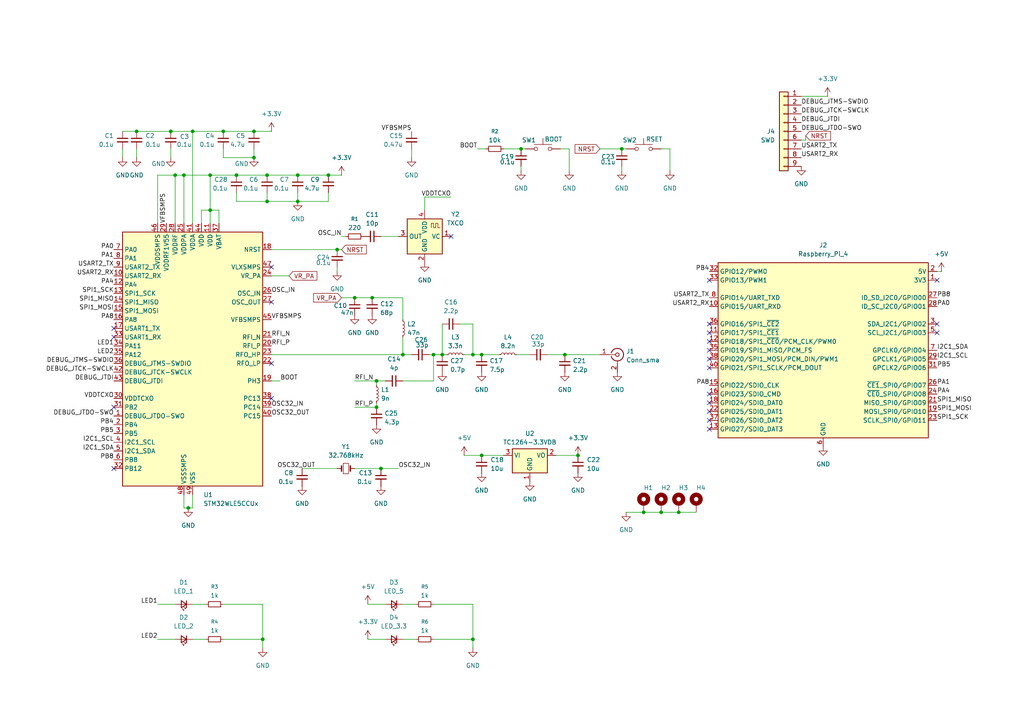
<source format=kicad_sch>
(kicad_sch (version 20250114) (generator "eeschema") (generator_version "9.0")
  (paper "A4")
  (lib_symbols
    (symbol "Connector:Conn_Coaxial" (pin_names (offset 1.016) (hide yes))
      (property "Reference" "J" (at 0.254 3.048 0))
      (property "Value" "Conn_Coaxial" (at 2.921 0 90))
      (symbol "Conn_Coaxial_1_1"
        (pin passive line (at -5.08 0 0) (length 2.54) (name "In") (number "1"))
        (pin passive line (at 0 -5.08 90) (length 2.54) (name "Ext") (number "2"))
      )
    )
    (symbol "Connector:Raspberry_Pi_4"
      (property "Reference" "J" (at -17.526 48.768 0))
      (property "Value" "Raspberry_Pi_4" (at 15.748 -26.416 0))
      (symbol "Raspberry_Pi_4_1_1"
        (pin bidirectional line (at -33.02 22.86 0) (length 2.54) (name "GPIO12/PWM0") (number "32"))
        (pin bidirectional line (at -33.02 20.32 0) (length 2.54) (name "GPIO13/PWM1") (number "33"))
        (pin bidirectional line (at -33.02 15.24 0) (length 2.54) (name "GPIO14/UART_TXD") (number "8"))
        (pin bidirectional line (at -33.02 12.7 0) (length 2.54) (name "GPIO15/UART_RXD") (number "10"))
        (pin bidirectional line (at -33.02 7.62 0) (length 2.54) (name "GPIO16/SPI1_~{CE2}") (number "36"))
        (pin bidirectional line (at -33.02 5.08 0) (length 2.54) (name "GPIO17/SPI1_~{CE1}") (number "11"))
        (pin bidirectional line (at -33.02 2.54 0) (length 2.54) (name "GPIO18/SPI1_~{CE0}/PCM_CLK/PWM0") (number "12"))
        (pin bidirectional line (at -33.02 0 0) (length 2.54) (name "GPIO19/SPI1_MISO/PCM_FS") (number "35"))
        (pin bidirectional line (at -33.02 -2.54 0) (length 2.54) (name "GPIO20/SPI1_MOSI/PCM_DIN/PWM1") (number "38"))
        (pin bidirectional line (at -33.02 -5.08 0) (length 2.54) (name "GPIO21/SPI1_SCLK/PCM_DOUT") (number "40"))
        (pin bidirectional line (at -33.02 -10.16 0) (length 2.54) (name "GPIO22/SDIO_CLK") (number "15"))
        (pin bidirectional line (at -33.02 -12.7 0) (length 2.54) (name "GPIO23/SDIO_CMD") (number "16"))
        (pin bidirectional line (at -33.02 -15.24 0) (length 2.54) (name "GPIO24/SDIO_DAT0") (number "18"))
        (pin bidirectional line (at -33.02 -17.78 0) (length 2.54) (name "GPIO25/SDIO_DAT1") (number "22"))
        (pin bidirectional line (at -33.02 -20.32 0) (length 2.54) (name "GPIO26/SDIO_DAT2") (number "37"))
        (pin bidirectional line (at -33.02 -22.86 0) (length 2.54) (name "GPIO27/SDIO_DAT3") (number "13"))
        (pin passive line (at 0 -27.94 90) (length 2.54) (hide yes) (name "GND") (number "14"))
        (pin passive line (at 0 -27.94 90) (length 2.54) (hide yes) (name "GND") (number "20"))
        (pin passive line (at 0 -27.94 90) (length 2.54) (hide yes) (name "GND") (number "25"))
        (pin passive line (at 0 -27.94 90) (length 2.54) (hide yes) (name "GND") (number "30"))
        (pin passive line (at 0 -27.94 90) (length 2.54) (hide yes) (name "GND") (number "34"))
        (pin passive line (at 0 -27.94 90) (length 2.54) (hide yes) (name "GND") (number "39"))
        (pin power_out line (at 0 -27.94 90) (length 2.54) (name "GND") (number "6"))
        (pin passive line (at 0 -27.94 90) (length 2.54) (hide yes) (name "GND") (number "9"))
        (pin power_out line (at 33.02 22.86 180) (length 2.54) (name "5V") (number "2"))
        (pin passive line (at 33.02 22.86 180) (length 2.54) (hide yes) (name "5V") (number "4"))
        (pin power_out line (at 33.02 20.32 180) (length 2.54) (name "3V3") (number "1"))
        (pin passive line (at 33.02 20.32 180) (length 2.54) (hide yes) (name "3V3") (number "17"))
        (pin bidirectional line (at 33.02 15.24 180) (length 2.54) (name "ID_SD_I2C0/GPIO00") (number "27"))
        (pin bidirectional line (at 33.02 12.7 180) (length 2.54) (name "ID_SC_I2C0/GPIO01") (number "28"))
        (pin bidirectional line (at 33.02 7.62 180) (length 2.54) (name "SDA_I2C1/GPIO02") (number "3"))
        (pin bidirectional line (at 33.02 5.08 180) (length 2.54) (name "SCL_I2C1/GPIO03") (number "5"))
        (pin bidirectional line (at 33.02 0 180) (length 2.54) (name "GPCLK0/GPIO04") (number "7"))
        (pin bidirectional line (at 33.02 -2.54 180) (length 2.54) (name "GPCLK1/GPIO05") (number "29"))
        (pin bidirectional line (at 33.02 -5.08 180) (length 2.54) (name "GPCLK2/GPIO06") (number "31"))
        (pin bidirectional line (at 33.02 -10.16 180) (length 2.54) (name "~{CE1}_SPI0/GPIO07") (number "26"))
        (pin bidirectional line (at 33.02 -12.7 180) (length 2.54) (name "~{CE0}_SPI0/GPIO08") (number "24"))
        (pin bidirectional line (at 33.02 -15.24 180) (length 2.54) (name "MISO_SPI0/GPIO09") (number "21"))
        (pin bidirectional line (at 33.02 -17.78 180) (length 2.54) (name "MOSI_SPI0/GPIO10") (number "19"))
        (pin bidirectional line (at 33.02 -20.32 180) (length 2.54) (name "SCLK_SPI0/GPIO11") (number "23"))
      )
    )
    (symbol "Connector_Generic:Conn_01x09" (pin_names (offset 1.016) (hide yes))
      (property "Reference" "J" (at 0 12.7 0))
      (property "Value" "Conn_01x09" (at 0 -12.7 0))
      (symbol "Conn_01x09_1_1"
        (pin passive line (at -5.08 10.16 0) (length 3.81) (name "Pin_1") (number "1"))
        (pin passive line (at -5.08 7.62 0) (length 3.81) (name "Pin_2") (number "2"))
        (pin passive line (at -5.08 5.08 0) (length 3.81) (name "Pin_3") (number "3"))
        (pin passive line (at -5.08 2.54 0) (length 3.81) (name "Pin_4") (number "4"))
        (pin passive line (at -5.08 0 0) (length 3.81) (name "Pin_5") (number "5"))
        (pin passive line (at -5.08 -2.54 0) (length 3.81) (name "Pin_6") (number "6"))
        (pin passive line (at -5.08 -5.08 0) (length 3.81) (name "Pin_7") (number "7"))
        (pin passive line (at -5.08 -7.62 0) (length 3.81) (name "Pin_8") (number "8"))
        (pin passive line (at -5.08 -10.16 0) (length 3.81) (name "Pin_9") (number "9"))
      )
    )
    (symbol "Device:C_Small" (pin_numbers (hide yes)) (pin_names (offset 0.254) (hide yes))
      (property "Reference" "C" (at 0.254 1.778 0))
      (property "Value" "C_Small" (at 0.254 -2.032 0))
      (symbol "C_Small_1_1"
        (pin passive line (at 0 2.54 270) (length 2.032) (name "~") (number "1"))
        (pin passive line (at 0 -2.54 90) (length 2.032) (name "~") (number "2"))
      )
    )
    (symbol "Device:Crystal_Small" (pin_numbers (hide yes)) (pin_names (offset 1.016) (hide yes))
      (property "Reference" "Y" (at 0 2.54 0))
      (property "Value" "Crystal_Small" (at 0 -2.54 0))
      (symbol "Crystal_Small_1_1"
        (pin passive line (at -2.54 0 0) (length 1.27) (name "1") (number "1"))
        (pin passive line (at 2.54 0 180) (length 1.27) (name "2") (number "2"))
      )
    )
    (symbol "Device:LED_Small" (pin_numbers (hide yes)) (pin_names (offset 0.254) (hide yes))
      (property "Reference" "D" (at -1.27 3.175 0))
      (property "Value" "LED_Small" (at -4.445 -2.54 0))
      (symbol "LED_Small_1_1"
        (pin passive line (at -2.54 0 0) (length 1.778) (name "K") (number "1"))
        (pin passive line (at 2.54 0 180) (length 1.778) (name "A") (number "2"))
      )
    )
    (symbol "Device:L_Small" (pin_numbers (hide yes)) (pin_names (offset 0.254) (hide yes))
      (property "Reference" "L" (at 0.762 1.016 0))
      (property "Value" "L_Small" (at 0.762 -1.016 0))
      (symbol "L_Small_1_1"
        (pin passive line (at 0 2.54 270) (length 0.508) (name "~") (number "1"))
        (pin passive line (at 0 -2.54 90) (length 0.508) (name "~") (number "2"))
      )
    )
    (symbol "Device:R_Small" (pin_numbers (hide yes)) (pin_names (offset 0.254) (hide yes))
      (property "Reference" "R" (at 0 0 90))
      (property "Value" "R_Small" (at 1.778 0 90))
      (symbol "R_Small_1_1"
        (pin passive line (at 0 2.54 270) (length 0.762) (name "~") (number "1"))
        (pin passive line (at 0 -2.54 90) (length 0.762) (name "~") (number "2"))
      )
    )
    (symbol "MCU_ST_STM32WL:STM32WLE5CCUx"
      (property "Reference" "U" (at -20.32 39.37 0))
      (property "Value" "STM32WLE5CCUx" (at 12.7 39.37 0))
      (symbol "STM32WLE5CCUx_1_1"
        (pin input line (at -22.86 33.02 0) (length 2.54) (name "NRST") (number "18"))
        (pin power_in line (at -22.86 27.94 0) (length 2.54) (name "VLXSMPS") (number "47"))
        (pin power_in line (at -22.86 25.4 0) (length 2.54) (name "VR_PA") (number "24"))
        (pin input line (at -22.86 20.32 0) (length 2.54) (name "OSC_IN") (number "26"))
        (pin input line (at -22.86 17.78 0) (length 2.54) (name "OSC_OUT") (number "27"))
        (pin input line (at -22.86 12.7 0) (length 2.54) (name "VFBSMPS") (number "45"))
        (pin bidirectional line (at -22.86 7.62 0) (length 2.54) (name "RFI_N") (number "21"))
        (pin bidirectional line (at -22.86 5.08 0) (length 2.54) (name "RFI_P") (number "20"))
        (pin bidirectional line (at -22.86 2.54 0) (length 2.54) (name "RFO_HP") (number "23"))
        (pin bidirectional line (at -22.86 0 0) (length 2.54) (name "RFO_LP") (number "22"))
        (pin bidirectional line (at -22.86 -5.08 0) (length 2.54) (name "PH3") (number "19"))
        (pin bidirectional line (at -22.86 -10.16 0) (length 2.54) (name "PC13") (number "38"))
        (pin bidirectional line (at -22.86 -12.7 0) (length 2.54) (name "PC14") (number "39"))
        (pin bidirectional line (at -22.86 -15.24 0) (length 2.54) (name "PC15") (number "40"))
        (pin power_in line (at -7.62 40.64 270) (length 2.54) (name "VBAT") (number "37"))
        (pin power_in line (at -5.08 40.64 270) (length 2.54) (name "VDD") (number "11"))
        (pin power_in line (at -2.54 40.64 270) (length 2.54) (name "VDD") (number "44"))
        (pin power_in line (at 0 40.64 270) (length 2.54) (name "VDDA") (number "41"))
        (pin power_in line (at 0 -38.1 90) (length 2.54) (name "VSS") (number "49"))
        (pin power_in line (at 2.54 40.64 270) (length 2.54) (name "VDDPA") (number "25"))
        (pin power_in line (at 2.54 -38.1 90) (length 2.54) (name "VSSSMPS") (number "48"))
        (pin power_in line (at 5.08 40.64 270) (length 2.54) (name "VDDRF") (number "28"))
        (pin power_in line (at 7.62 40.64 270) (length 2.54) (name "VDDRF1V55") (number "29"))
        (pin power_in line (at 10.16 40.64 270) (length 2.54) (name "VDDSMPS") (number "46"))
        (pin bidirectional line (at 22.86 33.02 180) (length 2.54) (name "PA0") (number "7"))
        (pin bidirectional line (at 22.86 30.48 180) (length 2.54) (name "PA1") (number "8") (alternate "SPI1_SCK" bidirectional line))
        (pin bidirectional line (at 22.86 27.94 180) (length 2.54) (name "PA2") (number "9") (alternate "USART2_TX" bidirectional line))
        (pin bidirectional line (at 22.86 25.4 180) (length 2.54) (name "PA3") (number "10") (alternate "USART2_RX" bidirectional line))
        (pin bidirectional line (at 22.86 22.86 180) (length 2.54) (name "PA4") (number "12"))
        (pin bidirectional line (at 22.86 20.32 180) (length 2.54) (name "PA5") (number "13") (alternate "SPI1_SCK" bidirectional line))
        (pin bidirectional line (at 22.86 17.78 180) (length 2.54) (name "PA6") (number "14") (alternate "SPI1_MISO" bidirectional line))
        (pin bidirectional line (at 22.86 15.24 180) (length 2.54) (name "PA7") (number "15") (alternate "SPI1_MOSI" bidirectional line))
        (pin bidirectional line (at 22.86 12.7 180) (length 2.54) (name "PA8") (number "16"))
        (pin bidirectional line (at 22.86 10.16 180) (length 2.54) (name "PA9") (number "17") (alternate "I2C1_SCL" bidirectional line) (alternate "USART1_TX" bidirectional line))
        (pin bidirectional line (at 22.86 7.62 180) (length 2.54) (name "PA10") (number "33") (alternate "I2C1_SDA" bidirectional line) (alternate "USART1_RX" bidirectional line))
        (pin bidirectional line (at 22.86 5.08 180) (length 2.54) (name "PA11") (number "34") (alternate "SPI1_MISO" bidirectional line))
        (pin bidirectional line (at 22.86 2.54 180) (length 2.54) (name "PA12") (number "35") (alternate "SPI1_MOSI" bidirectional line))
        (pin bidirectional line (at 22.86 0 180) (length 2.54) (name "PA13") (number "36") (alternate "DEBUG_JTMS-SWDIO" bidirectional line))
        (pin bidirectional line (at 22.86 -2.54 180) (length 2.54) (name "PA14") (number "42") (alternate "DEBUG_JTCK-SWCLK" bidirectional line))
        (pin bidirectional line (at 22.86 -5.08 180) (length 2.54) (name "PA15") (number "43") (alternate "DEBUG_JTDI" bidirectional line))
        (pin bidirectional line (at 22.86 -10.16 180) (length 2.54) (name "PB0") (number "30") (alternate "VDDTCXO" bidirectional line))
        (pin bidirectional line (at 22.86 -12.7 180) (length 2.54) (name "PB2") (number "31"))
        (pin bidirectional line (at 22.86 -15.24 180) (length 2.54) (name "PB3") (number "1") (alternate "DEBUG_JTDO-SWO" bidirectional line) (alternate "SPI1_SCK" bidirectional line))
        (pin bidirectional line (at 22.86 -17.78 180) (length 2.54) (name "PB4") (number "2") (alternate "SPI1_MISO" bidirectional line))
        (pin bidirectional line (at 22.86 -20.32 180) (length 2.54) (name "PB5") (number "3") (alternate "SPI1_MOSI" bidirectional line))
        (pin bidirectional line (at 22.86 -22.86 180) (length 2.54) (name "PB6") (number "4") (alternate "I2C1_SCL" bidirectional line) (alternate "USART1_TX" bidirectional line))
        (pin bidirectional line (at 22.86 -25.4 180) (length 2.54) (name "PB7") (number "5") (alternate "I2C1_SDA" bidirectional line) (alternate "USART1_RX" bidirectional line))
        (pin bidirectional line (at 22.86 -27.94 180) (length 2.54) (name "PB8") (number "6") (alternate "I2C1_SCL" bidirectional line))
        (pin bidirectional line (at 22.86 -30.48 180) (length 2.54) (name "PB12") (number "32"))
      )
    )
    (symbol "Mechanical:MountingHole_Pad" (pin_numbers (hide yes)) (pin_names (offset 1.016) (hide yes)) (in_bom no)
      (property "Reference" "H" (at 0 6.35 0))
      (property "Value" "MountingHole_Pad" (at 0 4.445 0))
      (symbol "MountingHole_Pad_1_1"
        (pin input line (at 0 -2.54 90) (length 2.54) (name "1") (number "1"))
      )
    )
    (symbol "Oscillator:FT5HV"
      (property "Reference" "Y" (at 5.08 11.43 0))
      (property "Value" "FT5HV" (at 6.35 8.89 0))
      (symbol "FT5HV_1_1"
        (pin input line (at -7.62 0 0) (length 2.54) (name "VC") (number "1"))
        (pin power_in line (at 0 7.62 270) (length 2.54) (name "VDD") (number "4"))
        (pin power_in line (at 0 -7.62 90) (length 2.54) (name "GND") (number "2"))
        (pin output line (at 7.62 0 180) (length 2.54) (name "OUT") (number "3"))
      )
    )
    (symbol "Regulator_Linear:NCP1117-3.3_SOT223"
      (property "Reference" "U" (at -3.81 3.175 0))
      (property "Value" "NCP1117-3.3_SOT223" (at 0 3.175 0))
      (symbol "NCP1117-3.3_SOT223_1_1"
        (pin power_in line (at -7.62 0 0) (length 2.54) (name "VI") (number "3"))
        (pin power_in line (at 0 -7.62 90) (length 2.54) (name "GND") (number "1"))
        (pin power_out line (at 7.62 0 180) (length 2.54) (name "VO") (number "2"))
      )
    )
    (symbol "Switch:SW_Push" (pin_numbers (hide yes)) (pin_names (offset 1.016) (hide yes))
      (property "Reference" "SW" (at 1.27 2.54 0))
      (property "Value" "SW_Push" (at 0 -1.524 0))
      (symbol "SW_Push_0_1"
        (pin passive line (at -5.08 0 0) (length 2.54) (name "1") (number "1"))
        (pin passive line (at 5.08 0 180) (length 2.54) (name "2") (number "2"))
      )
    )
    (symbol "power:+3.3V" (power) (pin_numbers (hide yes)) (pin_names (offset 0) (hide yes))
      (property "Value" "+3.3V" (at 0 3.556 0))
      (symbol "+3.3V_1_1"
        (pin power_in line (at 0 0 90) (length 0) (name "~") (number "1"))
      )
    )
    (symbol "power:+5V" (power) (pin_numbers (hide yes)) (pin_names (offset 0) (hide yes))
      (property "Value" "+5V" (at 0 3.556 0))
      (symbol "+5V_1_1"
        (pin power_in line (at 0 0 90) (length 0) (name "~") (number "1"))
      )
    )
    (symbol "power:GND" (power) (pin_numbers (hide yes)) (pin_names (offset 0) (hide yes))
      (property "Value" "GND" (at 0 -3.81 0))
      (symbol "GND_1_1"
        (pin power_in line (at 0 0 270) (length 0) (name "~") (number "1"))
      )
    )
  )
  (junction (at 167.64 132.08))
  (junction (at 109.22 110.49))
  (junction (at 102.87 86.36))
  (junction (at 73.66 38.1))
  (junction (at 139.7 102.87))
  (junction (at 97.79 72.39))
  (junction (at 39.624 38.1))
  (junction (at 137.16 102.87))
  (junction (at 116.84 102.87))
  (junction (at 73.66 45.72))
  (junction (at 196.85 148.59))
  (junction (at 60.96 50.8))
  (junction (at 77.47 58.42))
  (junction (at 139.7 132.08))
  (junction (at 49.53 38.1))
  (junction (at 76.2 185.42))
  (junction (at 163.83 102.87))
  (junction (at 110.49 135.89))
  (junction (at 186.69 148.59))
  (junction (at 77.47 50.8))
  (junction (at 128.27 102.87))
  (junction (at 191.77 148.59))
  (junction (at 137.16 185.42))
  (junction (at 86.36 58.42))
  (junction (at 151.13 43.18))
  (junction (at 50.8 50.8))
  (junction (at 60.96 60.96))
  (junction (at 64.77 38.1))
  (junction (at 68.58 50.8))
  (junction (at 86.36 50.8))
  (junction (at 54.61 147.32))
  (junction (at 125.73 102.87))
  (junction (at 107.95 86.36))
  (junction (at 109.22 118.11))
  (junction (at 180.34 43.18))
  (junction (at 95.25 50.8))
  (junction (at 55.88 38.1))
  (junction (at 53.34 50.8))
  (no_connect (at 205.74 121.92))
  (no_connect (at 205.74 81.28))
  (no_connect (at 271.78 96.52))
  (no_connect (at 205.74 116.84))
  (no_connect (at 205.74 104.14))
  (no_connect (at 205.74 106.68))
  (no_connect (at 33.02 135.89))
  (no_connect (at 205.74 93.98))
  (no_connect (at 33.02 97.79))
  (no_connect (at 78.74 87.63))
  (no_connect (at 205.74 101.6))
  (no_connect (at 33.02 95.25))
  (no_connect (at 271.78 81.28))
  (no_connect (at 271.78 93.98))
  (no_connect (at 205.74 99.06))
  (no_connect (at 78.74 77.47))
  (no_connect (at 205.74 114.3))
  (no_connect (at 205.74 119.38))
  (no_connect (at 78.74 115.57))
  (no_connect (at 205.74 96.52))
  (no_connect (at 130.81 68.58))
  (no_connect (at 78.74 105.41))
  (no_connect (at 205.74 124.46))
  (no_connect (at 33.02 118.11))
  (wire (pts (xy 106.68 175.26) (xy 111.76 175.26)))
  (wire (pts (xy 110.49 135.89) (xy 102.87 135.89)))
  (wire (pts (xy 77.47 50.8) (xy 68.58 50.8)))
  (wire (pts (xy 128.27 102.87) (xy 129.54 102.87)))
  (wire (pts (xy 165.1 43.18) (xy 165.1 49.53)))
  (wire (pts (xy 196.85 148.59) (xy 201.93 148.59)))
  (wire (pts (xy 58.42 60.96) (xy 58.42 64.77)))
  (wire (pts (xy 68.58 50.8) (xy 60.96 50.8)))
  (wire (pts (xy 180.34 43.18) (xy 181.61 43.18)))
  (wire (pts (xy 163.83 102.87) (xy 173.99 102.87)))
  (wire (pts (xy 240.03 27.94) (xy 232.41 27.94)))
  (wire (pts (xy 125.73 175.26) (xy 137.16 175.26)))
  (wire (pts (xy 60.96 50.8) (xy 60.96 60.96)))
  (wire (pts (xy 64.77 43.18) (xy 64.77 45.72)))
  (wire (pts (xy 181.61 148.59) (xy 186.69 148.59)))
  (wire (pts (xy 53.34 50.8) (xy 53.34 64.77)))
  (wire (pts (xy 116.84 175.26) (xy 120.65 175.26)))
  (wire (pts (xy 35.56 38.1) (xy 39.624 38.1)))
  (wire (pts (xy 55.88 38.1) (xy 49.53 38.1)))
  (wire (pts (xy 137.16 175.26) (xy 137.16 185.42)))
  (wire (pts (xy 55.88 185.42) (xy 59.69 185.42)))
  (wire (pts (xy 161.29 132.08) (xy 167.64 132.08)))
  (wire (pts (xy 73.66 38.1) (xy 64.77 38.1)))
  (wire (pts (xy 151.13 43.18) (xy 152.4 43.18)))
  (wire (pts (xy 97.79 135.89) (xy 87.63 135.89)))
  (wire (pts (xy 63.5 60.96) (xy 63.5 64.77)))
  (wire (pts (xy 99.06 50.8) (xy 95.25 50.8)))
  (wire (pts (xy 233.68 39.37) (xy 233.68 40.64)))
  (wire (pts (xy 125.73 102.87) (xy 128.27 102.87)))
  (wire (pts (xy 116.84 185.42) (xy 120.65 185.42)))
  (wire (pts (xy 50.8 50.8) (xy 50.8 64.77)))
  (wire (pts (xy 83.82 80.01) (xy 78.74 80.01)))
  (wire (pts (xy 124.46 102.87) (xy 125.73 102.87)))
  (wire (pts (xy 63.5 60.96) (xy 60.96 60.96)))
  (wire (pts (xy 99.06 86.36) (xy 102.87 86.36)))
  (wire (pts (xy 60.96 60.96) (xy 58.42 60.96)))
  (wire (pts (xy 119.38 43.18) (xy 119.38 45.72)))
  (wire (pts (xy 149.86 102.87) (xy 153.67 102.87)))
  (wire (pts (xy 50.8 50.8) (xy 45.72 50.8)))
  (wire (pts (xy 39.624 43.18) (xy 39.624 45.72)))
  (wire (pts (xy 137.16 102.87) (xy 139.7 102.87)))
  (wire (pts (xy 191.77 148.59) (xy 196.85 148.59)))
  (wire (pts (xy 109.22 116.84) (xy 109.22 118.11)))
  (wire (pts (xy 86.36 55.88) (xy 86.36 58.42)))
  (wire (pts (xy 139.7 132.08) (xy 146.05 132.08)))
  (wire (pts (xy 60.96 60.96) (xy 60.96 64.77)))
  (wire (pts (xy 68.58 55.88) (xy 68.58 58.42)))
  (wire (pts (xy 271.78 78.74) (xy 273.05 78.74)))
  (wire (pts (xy 95.25 50.8) (xy 86.36 50.8)))
  (wire (pts (xy 109.22 110.49) (xy 111.76 110.49)))
  (wire (pts (xy 54.61 147.32) (xy 53.34 147.32)))
  (wire (pts (xy 95.25 55.88) (xy 95.25 58.42)))
  (wire (pts (xy 55.88 175.26) (xy 59.69 175.26)))
  (wire (pts (xy 53.34 50.8) (xy 50.8 50.8)))
  (wire (pts (xy 115.57 135.89) (xy 110.49 135.89)))
  (wire (pts (xy 99.06 68.58) (xy 100.33 68.58)))
  (wire (pts (xy 115.57 68.58) (xy 110.49 68.58)))
  (wire (pts (xy 76.2 185.42) (xy 76.2 187.96)))
  (wire (pts (xy 194.31 43.18) (xy 194.31 49.53)))
  (wire (pts (xy 97.79 72.39) (xy 78.74 72.39)))
  (wire (pts (xy 137.16 93.98) (xy 137.16 102.87)))
  (wire (pts (xy 78.74 38.1) (xy 73.66 38.1)))
  (wire (pts (xy 45.72 50.8) (xy 45.72 64.77)))
  (wire (pts (xy 125.73 185.42) (xy 137.16 185.42)))
  (wire (pts (xy 125.73 102.87) (xy 125.73 110.49)))
  (wire (pts (xy 55.88 38.1) (xy 55.88 64.77)))
  (wire (pts (xy 55.88 147.32) (xy 54.61 147.32)))
  (wire (pts (xy 73.66 43.18) (xy 73.66 45.72)))
  (wire (pts (xy 158.75 102.87) (xy 163.83 102.87)))
  (wire (pts (xy 60.96 50.8) (xy 53.34 50.8)))
  (wire (pts (xy 116.84 102.87) (xy 119.38 102.87)))
  (wire (pts (xy 55.88 143.51) (xy 55.88 147.32)))
  (wire (pts (xy 49.53 43.18) (xy 49.53 45.72)))
  (wire (pts (xy 130.81 57.15) (xy 123.19 57.15)))
  (wire (pts (xy 68.58 58.42) (xy 77.47 58.42)))
  (wire (pts (xy 146.05 43.18) (xy 151.13 43.18)))
  (wire (pts (xy 107.95 86.36) (xy 116.84 86.36)))
  (wire (pts (xy 133.35 93.98) (xy 137.16 93.98)))
  (wire (pts (xy 180.34 49.53) (xy 180.34 48.26)))
  (wire (pts (xy 116.84 86.36) (xy 116.84 92.71)))
  (wire (pts (xy 106.68 185.42) (xy 111.76 185.42)))
  (wire (pts (xy 45.72 175.26) (xy 50.8 175.26)))
  (wire (pts (xy 39.624 38.1) (xy 49.53 38.1)))
  (wire (pts (xy 64.77 185.42) (xy 76.2 185.42)))
  (wire (pts (xy 102.87 86.36) (xy 107.95 86.36)))
  (wire (pts (xy 233.68 40.64) (xy 232.41 40.64)))
  (wire (pts (xy 151.13 49.53) (xy 151.13 48.26)))
  (wire (pts (xy 109.22 111.76) (xy 109.22 110.49)))
  (wire (pts (xy 78.74 102.87) (xy 116.84 102.87)))
  (wire (pts (xy 191.77 43.18) (xy 194.31 43.18)))
  (wire (pts (xy 102.87 118.11) (xy 109.22 118.11)))
  (wire (pts (xy 134.62 132.08) (xy 139.7 132.08)))
  (wire (pts (xy 78.74 110.49) (xy 81.28 110.49)))
  (wire (pts (xy 134.62 102.87) (xy 137.16 102.87)))
  (wire (pts (xy 102.87 110.49) (xy 109.22 110.49)))
  (wire (pts (xy 139.7 102.87) (xy 144.78 102.87)))
  (wire (pts (xy 138.43 43.18) (xy 140.97 43.18)))
  (wire (pts (xy 64.77 175.26) (xy 76.2 175.26)))
  (wire (pts (xy 99.06 72.39) (xy 97.79 72.39)))
  (wire (pts (xy 64.77 38.1) (xy 55.88 38.1)))
  (wire (pts (xy 73.66 45.72) (xy 64.77 45.72)))
  (wire (pts (xy 137.16 185.42) (xy 137.16 187.96)))
  (wire (pts (xy 123.19 57.15) (xy 123.19 60.96)))
  (wire (pts (xy 162.56 43.18) (xy 165.1 43.18)))
  (wire (pts (xy 173.99 43.18) (xy 180.34 43.18)))
  (wire (pts (xy 116.84 110.49) (xy 125.73 110.49)))
  (wire (pts (xy 35.56 43.18) (xy 35.56 45.72)))
  (wire (pts (xy 86.36 50.8) (xy 77.47 50.8)))
  (wire (pts (xy 53.34 143.51) (xy 53.34 147.32)))
  (wire (pts (xy 95.25 58.42) (xy 86.36 58.42)))
  (wire (pts (xy 186.69 148.59) (xy 191.77 148.59)))
  (wire (pts (xy 77.47 55.88) (xy 77.47 58.42)))
  (wire (pts (xy 128.27 93.98) (xy 128.27 102.87)))
  (wire (pts (xy 77.47 58.42) (xy 86.36 58.42)))
  (wire (pts (xy 76.2 175.26) (xy 76.2 185.42)))
  (wire (pts (xy 97.79 78.74) (xy 97.79 77.47)))
  (wire (pts (xy 45.72 185.42) (xy 50.8 185.42)))
  (wire (pts (xy 116.84 97.79) (xy 116.84 102.87)))
  (label "RFI_P" (at 102.87 118.11 0))
  (label "PB5" (at 271.78 106.68 0))
  (label "USART2_RX" (at 205.74 88.9 180))
  (label "OSC32_IN" (at 115.57 135.89 0))
  (label "USART2_RX" (at 232.41 45.72 0))
  (label "USART2_TX" (at 205.74 86.36 180))
  (label "OSC32_OUT" (at 78.74 120.65 0))
  (label "RFI_P" (at 78.74 100.33 0))
  (label "I2C1_SCL" (at 33.02 128.27 180))
  (label "DEBUG_JTDO-SWO" (at 232.41 38.1 0))
  (label "PA1" (at 271.78 111.76 0))
  (label "PA4" (at 33.02 82.55 180))
  (label "DEBUG_JTCK-SWCLK" (at 232.41 33.02 0))
  (label "USART2_TX" (at 33.02 77.47 180))
  (label "LED2" (at 45.72 185.42 180))
  (label "BOOT" (at 81.28 110.49 0))
  (label "VFBSMPS" (at 48.26 64.77 90))
  (label "USART2_TX" (at 232.41 43.18 0))
  (label "VDDTCXO" (at 33.02 115.57 180))
  (label "I2C1_SDA" (at 33.02 130.81 180))
  (label "OSC_IN" (at 99.06 68.58 180))
  (label "PA0" (at 33.02 72.39 180))
  (label "DEBUG_JTMS-SWDIO" (at 33.02 105.41 180))
  (label "OSC_IN" (at 78.74 85.09 0))
  (label "SPI1_SCK" (at 33.02 85.09 180))
  (label "SPI1_SCK" (at 271.78 121.92 0))
  (label "PB4" (at 205.74 78.74 180))
  (label "BOOT" (at 138.43 43.18 180))
  (label "DEBUG_JTMS-SWDIO" (at 232.41 30.48 0))
  (label "PB8" (at 271.78 86.36 0))
  (label "PB5" (at 33.02 125.73 180))
  (label "PA8" (at 33.02 92.71 180))
  (label "SPI1_MISO" (at 271.78 116.84 0))
  (label "PB8" (at 33.02 133.35 180))
  (label "OSC32_OUT" (at 91.44 135.89 180))
  (label "SPI1_MOSI" (at 33.02 90.17 180))
  (label "LED1" (at 33.02 100.33 180))
  (label "DEBUG_JTDI" (at 33.02 110.49 180))
  (label "RFI_N" (at 78.74 97.79 0))
  (label "SPI1_MOSI" (at 271.78 119.38 0))
  (label "PA0" (at 271.78 88.9 0))
  (label "PA8" (at 205.74 111.76 180))
  (label "VDDTCXO" (at 130.81 57.15 180))
  (label "I2C1_SCL" (at 271.78 104.14 0))
  (label "DEBUG_JTDO-SWO" (at 33.02 120.65 180))
  (label "PA1" (at 33.02 74.93 180))
  (label "VFBSMPS" (at 119.38 38.1 180))
  (label "LED2" (at 33.02 102.87 180))
  (label "LED1" (at 45.72 175.26 180))
  (label "RFI_N" (at 102.87 110.49 0))
  (label "SPI1_MISO" (at 33.02 87.63 180))
  (label "VFBSMPS" (at 78.74 92.71 0))
  (label "DEBUG_JTCK-SWCLK" (at 33.02 107.95 180))
  (label "PB4" (at 33.02 123.19 180))
  (label "PA4" (at 271.78 114.3 0))
  (label "OSC32_IN" (at 78.74 118.11 0))
  (label "DEBUG_JTDI" (at 232.41 35.56 0))
  (label "I2C1_SDA" (at 271.78 101.6 0))
  (label "USART2_RX" (at 33.02 80.01 180))
  (global_label "NRST" (shape input) (at 99.06 72.39 0) (property "Intersheetrefs" "${INTERSHEET_REFS}" (effects (hide yes))))
  (global_label "VR_PA" (shape input) (at 99.06 86.36 180) (property "Intersheetrefs" "${INTERSHEET_REFS}" (effects (hide yes))))
  (global_label "VR_PA" (shape input) (at 83.82 80.01 0) (property "Intersheetrefs" "${INTERSHEET_REFS}" (effects (hide yes))))
  (global_label "NRST" (shape input) (at 173.99 43.18 180) (property "Intersheetrefs" "${INTERSHEET_REFS}" (effects (hide yes))))
  (global_label "NRST" (shape input) (at 233.68 39.37 0) (property "Intersheetrefs" "${INTERSHEET_REFS}" (effects (hide yes))))
  (symbol (lib_id "power:GND") (at 102.87 91.44 0) (mirror y) (unit 1)
    (property "Reference" "#PWR09" (effects (hide yes)))
    (property "Value" "GND" (at 102.87 96.52 0))
    (property "Description" "Power symbol creates a global label with name \"GND\" , ground" (effects (hide yes)))
  )
  (symbol (lib_id "Device:C_Small") (at 39.624 40.64 0) (unit 1)
    (property "Reference" "C2" (at 42.164 39.3762 0) (effects (justify left)))
    (property "Value" "0.1u" (at 42.164 41.9162 0) (effects (justify left)))
    (property "Footprint" "Capacitor_SMD:C_0603_1608Metric" (effects (hide yes)))
    (property "Description" "Unpolarized capacitor, small symbol" (effects (hide yes)))
  )
  (symbol (lib_id "Device:R_Small") (at 143.51 43.18 90) (mirror x) (unit 1)
    (property "Reference" "R2" (at 143.51 38.1 90) (effects (font (size 1.016 1.016))))
    (property "Value" "10k" (at 143.51 40.64 90))
    (property "Footprint" "Resistor_SMD:R_0603_1608Metric" (effects (hide yes)))
    (property "Description" "Resistor, small symbol" (effects (hide yes)))
  )
  (symbol (lib_id "Device:C_Small") (at 139.7 105.41 0) (unit 1)
    (property "Reference" "C17" (at 141.986 104.648 0) (effects (justify left)))
    (property "Value" "7.5p" (at 141.986 107.188 0) (effects (justify left)))
    (property "Footprint" "Capacitor_SMD:C_0603_1608Metric" (effects (hide yes)))
    (property "Description" "Unpolarized capacitor, small symbol" (effects (hide yes)))
  )
  (symbol (lib_id "power:+3.3V") (at 99.06 50.8 0) (mirror y) (unit 1)
    (property "Reference" "#PWR08" (effects (hide yes)))
    (property "Value" "+3.3V" (at 99.06 45.72 0))
    (property "Description" "Power symbol creates a global label with name \"+3.3V\"" (effects (hide yes)))
  )
  (symbol (lib_id "Device:R_Small") (at 123.19 175.26 90) (mirror x) (unit 1)
    (property "Reference" "R5" (at 123.19 170.18 90) (effects (font (size 1.016 1.016))))
    (property "Value" "1k" (at 123.19 172.72 90))
    (property "Footprint" "Resistor_SMD:R_0603_1608Metric" (effects (hide yes)))
    (property "Description" "Resistor, small symbol" (effects (hide yes)))
  )
  (symbol (lib_id "power:GND") (at 153.67 139.7 0) (mirror y) (unit 1)
    (property "Reference" "#PWR018" (effects (hide yes)))
    (property "Value" "GND" (at 153.67 144.78 0))
    (property "Description" "Power symbol creates a global label with name \"GND\" , ground" (effects (hide yes)))
  )
  (symbol (lib_id "Device:C_Small") (at 128.27 105.41 0) (unit 1)
    (property "Reference" "C27" (at 130.556 104.648 0) (effects (justify left)))
    (property "Value" "0.7p" (at 130.556 107.188 0) (effects (justify left)))
    (property "Footprint" "Capacitor_SMD:C_0603_1608Metric" (effects (hide yes)))
    (property "Description" "Unpolarized capacitor, small symbol" (effects (hide yes)))
  )
  (symbol (lib_id "power:+3.3V") (at 240.03 27.94 0) (mirror y) (unit 1)
    (property "Reference" "#PWR039" (effects (hide yes)))
    (property "Value" "+3.3V" (at 240.03 22.86 0))
    (property "Description" "Power symbol creates a global label with name \"+3.3V\"" (effects (hide yes)))
  )
  (symbol (lib_id "Device:C_Small") (at 180.34 45.72 0) (mirror y) (unit 1)
    (property "Reference" "C23" (at 178.308 45.466 0) (effects (justify left)))
    (property "Value" "0.1u" (at 178.562 46.99 0) (effects (justify left)))
    (property "Footprint" "Capacitor_SMD:C_0603_1608Metric" (effects (hide yes)))
    (property "Description" "Unpolarized capacitor, small symbol" (effects (hide yes)))
  )
  (symbol (lib_id "power:GND") (at 109.22 123.19 0) (unit 1)
    (property "Reference" "#PWR032" (effects (hide yes)))
    (property "Value" "GND" (at 109.22 128.27 0))
    (property "Description" "Power symbol creates a global label with name \"GND\" , ground" (effects (hide yes)))
  )
  (symbol (lib_id "power:GND") (at 194.31 49.53 0) (mirror y) (unit 1)
    (property "Reference" "#PWR025" (effects (hide yes)))
    (property "Value" "GND" (at 194.31 54.61 0))
    (property "Description" "Power symbol creates a global label with name \"GND\" , ground" (effects (hide yes)))
  )
  (symbol (lib_id "Device:C_Small") (at 114.3 110.49 270) (unit 1)
    (property "Reference" "C14" (at 114.2936 104.14 90))
    (property "Value" "4p" (at 114.2936 106.68 90))
    (property "Footprint" "Capacitor_SMD:C_0603_1608Metric" (effects (hide yes)))
    (property "Description" "Unpolarized capacitor, small symbol" (effects (hide yes)))
  )
  (symbol (lib_id "Mechanical:MountingHole_Pad") (at 201.93 146.05 0) (unit 1) (in_bom no)
    (property "Reference" "H4" (at 201.93 141.478 0) (effects (justify left)))
    (property "Value" "MountingHole_Pad" (effects (hide yes)))
    (property "Footprint" "MountingHole:MountingHole_2.5mm_Pad" (effects (hide yes)))
    (property "Description" "Mounting Hole with connection" (effects (hide yes)))
  )
  (symbol (lib_id "Device:L_Small") (at 132.08 102.87 90) (unit 1)
    (property "Reference" "L3" (at 132.08 97.79 90))
    (property "Value" "3.3n" (at 132.08 100.33 90))
    (property "Footprint" "Inductor_SMD:L_0603_1608Metric" (effects (hide yes)))
    (property "Description" "Inductor, small symbol" (effects (hide yes)))
  )
  (symbol (lib_id "Device:C_Small") (at 139.7 134.62 0) (mirror y) (unit 1)
    (property "Reference" "C18" (at 142.24 133.3562 0) (effects (justify right)))
    (property "Value" "10u" (at 142.24 135.8962 0) (effects (justify right)))
    (property "Footprint" "Capacitor_SMD:C_0805_2012Metric" (effects (hide yes)))
    (property "Description" "Unpolarized capacitor, small symbol" (effects (hide yes)))
  )
  (symbol (lib_id "Mechanical:MountingHole_Pad") (at 186.69 146.05 0) (unit 1) (in_bom no)
    (property "Reference" "H1" (at 186.69 141.478 0) (effects (justify left)))
    (property "Value" "MountingHole_Pad" (effects (hide yes)))
    (property "Footprint" "MountingHole:MountingHole_2.5mm_Pad" (effects (hide yes)))
    (property "Description" "Mounting Hole with connection" (effects (hide yes)))
  )
  (symbol (lib_id "Device:C_Small") (at 167.64 134.62 0) (mirror y) (unit 1)
    (property "Reference" "C22" (at 170.18 133.3562 0) (effects (justify right)))
    (property "Value" "10u" (at 170.18 135.8962 0) (effects (justify right)))
    (property "Footprint" "Capacitor_SMD:C_0805_2012Metric" (effects (hide yes)))
    (property "Description" "Unpolarized capacitor, small symbol" (effects (hide yes)))
  )
  (symbol (lib_id "Connector:Raspberry_Pi_4") (at 238.76 101.6 0) (unit 1)
    (property "Reference" "J2" (at 238.76 71.12 0))
    (property "Value" "Raspberry_Pi_4" (at 238.76 73.66 0))
    (property "Footprint" "Connector_PinSocket_2.54mm:PinSocket_2x20_P2.54mm_Vertical" (effects (hide yes)))
    (property "Datasheet" "https://datasheets.raspberrypi.com/rpi4/raspberry-pi-4-datasheet.pdf" (effects (hide yes)))
    (property "Description" "Raspberry Pi 4 Model B" (effects (hide yes)))
  )
  (symbol (lib_id "power:+5V") (at 273.05 78.74 0) (unit 1)
    (property "Reference" "#PWR027" (effects (hide yes)))
    (property "Value" "+5V" (at 273.05 73.66 0))
    (property "Description" "Power symbol creates a global label with name \"+5V\"" (effects (hide yes)))
  )
  (symbol (lib_id "power:GND") (at 54.61 147.32 0) (mirror y) (unit 1)
    (property "Reference" "#PWR03" (effects (hide yes)))
    (property "Value" "GND" (at 54.61 152.4 0))
    (property "Description" "Power symbol creates a global label with name \"GND\" , ground" (effects (hide yes)))
  )
  (symbol (lib_id "power:GND") (at 123.19 76.2 0) (unit 1)
    (property "Reference" "#PWR013" (effects (hide yes)))
    (property "Value" "GND" (at 123.19 81.28 0))
    (property "Description" "Power symbol creates a global label with name \"GND\" , ground" (effects (hide yes)))
  )
  (symbol (lib_id "power:GND") (at 238.76 129.54 0) (mirror y) (unit 1)
    (property "Reference" "#PWR026" (effects (hide yes)))
    (property "Value" "GND" (at 238.76 134.62 0))
    (property "Description" "Power symbol creates a global label with name \"GND\" , ground" (effects (hide yes)))
  )
  (symbol (lib_id "Device:LED_Small") (at 53.34 175.26 180) (unit 1)
    (property "Reference" "D1" (at 53.2765 168.91 0))
    (property "Value" "LED_1" (at 53.2765 171.45 0))
    (property "Footprint" "LED_SMD:LED_0603_1608Metric" (effects (hide yes)))
    (property "Description" "Light emitting diode, small symbol" (effects (hide yes)))
    (property "Sim.Pin" "1=K 2=A" (effects (hide yes)))
  )
  (symbol (lib_id "Connector:Conn_Coaxial") (at 179.07 102.87 0) (unit 1)
    (property "Reference" "J1" (at 181.61 101.8931 0) (effects (justify left)))
    (property "Value" "Conn_sma" (at 181.61 104.4331 0) (effects (justify left)))
    (property "Footprint" "Connector_Coaxial:SMA_Amphenol_132289_EdgeMount" (effects (hide yes)))
    (property "Description" "coaxial connector (BNC, SMA, SMB, SMC, Cinch/RCA, LEMO, ...)" (effects (hide yes)))
  )
  (symbol (lib_id "Switch:SW_Push") (at 186.69 43.18 0) (unit 1)
    (property "Reference" "SW2" (at 182.626 40.64 0))
    (property "Value" "RSET" (at 189.738 40.386 0))
    (property "Footprint" "Button_Switch_SMD:SW_Push_1P1T_NO_CK_KMR2" (effects (hide yes)))
    (property "Description" "Push button switch, generic, two pins" (effects (hide yes)))
  )
  (symbol (lib_id "Device:C_Small") (at 102.87 88.9 0) (mirror y) (unit 1)
    (property "Reference" "C10" (at 96.774 88.646 0) (effects (justify right)))
    (property "Value" "47n" (at 98.806 90.678 0) (effects (justify right)))
    (property "Footprint" "Capacitor_SMD:C_0603_1608Metric" (effects (hide yes)))
    (property "Description" "Unpolarized capacitor, small symbol" (effects (hide yes)))
  )
  (symbol (lib_id "Device:R_Small") (at 123.19 185.42 90) (mirror x) (unit 1)
    (property "Reference" "R6" (at 123.19 180.34 90) (effects (font (size 1.016 1.016))))
    (property "Value" "1k" (at 123.19 182.88 90))
    (property "Footprint" "Resistor_SMD:R_0603_1608Metric" (effects (hide yes)))
    (property "Description" "Resistor, small symbol" (effects (hide yes)))
  )
  (symbol (lib_id "power:GND") (at 151.13 49.53 0) (mirror y) (unit 1)
    (property "Reference" "#PWR017" (effects (hide yes)))
    (property "Value" "GND" (at 151.13 54.61 0))
    (property "Description" "Power symbol creates a global label with name \"GND\" , ground" (effects (hide yes)))
  )
  (symbol (lib_id "power:GND") (at 180.34 49.53 0) (mirror y) (unit 1)
    (property "Reference" "#PWR024" (effects (hide yes)))
    (property "Value" "GND" (at 180.34 54.61 0))
    (property "Description" "Power symbol creates a global label with name \"GND\" , ground" (effects (hide yes)))
  )
  (symbol (lib_id "power:+3.3V") (at 106.68 185.42 0) (mirror y) (unit 1)
    (property "Reference" "#PWR038" (effects (hide yes)))
    (property "Value" "+3.3V" (at 106.68 180.34 0))
    (property "Description" "Power symbol creates a global label with name \"+3.3V\"" (effects (hide yes)))
  )
  (symbol (lib_id "Device:C_Small") (at 95.25 53.34 0) (mirror y) (unit 1)
    (property "Reference" "C9" (at 92.71 52.0762 0) (effects (justify left)))
    (property "Value" "4.7u" (at 92.71 54.6162 0) (effects (justify left)))
    (property "Footprint" "Capacitor_SMD:C_0603_1608Metric" (effects (hide yes)))
    (property "Description" "Unpolarized capacitor, small symbol" (effects (hide yes)))
  )
  (symbol (lib_id "power:GND") (at 35.56 45.72 0) (mirror y) (unit 1)
    (property "Reference" "#PWR01" (effects (hide yes)))
    (property "Value" "GND" (at 35.56 50.8 0))
    (property "Description" "Power symbol creates a global label with name \"GND\" , ground" (effects (hide yes)))
  )
  (symbol (lib_id "Device:C_Small") (at 35.56 40.64 0) (mirror y) (unit 1)
    (property "Reference" "C1" (at 33.02 39.3762 0) (effects (justify left)))
    (property "Value" "0.1u" (at 33.02 41.9162 0) (effects (justify left)))
    (property "Footprint" "Capacitor_SMD:C_0603_1608Metric" (effects (hide yes)))
    (property "Description" "Unpolarized capacitor, small symbol" (effects (hide yes)))
  )
  (symbol (lib_id "Device:L_Small") (at 116.84 95.25 0) (unit 1)
    (property "Reference" "L2" (at 118.11 93.9799 0) (effects (justify left)))
    (property "Value" "47n" (at 118.11 96.5199 0) (effects (justify left)))
    (property "Footprint" "Inductor_SMD:L_0603_1608Metric" (effects (hide yes)))
    (property "Description" "Inductor, small symbol" (effects (hide yes)))
  )
  (symbol (lib_id "Device:C_Small") (at 86.36 53.34 0) (mirror y) (unit 1)
    (property "Reference" "C7" (at 83.82 52.0762 0) (effects (justify left)))
    (property "Value" "0.1u" (at 83.82 54.6162 0) (effects (justify left)))
    (property "Footprint" "Capacitor_SMD:C_0603_1608Metric" (effects (hide yes)))
    (property "Description" "Unpolarized capacitor, small symbol" (effects (hide yes)))
  )
  (symbol (lib_id "power:GND") (at 179.07 107.95 0) (unit 1)
    (property "Reference" "#PWR023" (effects (hide yes)))
    (property "Value" "GND" (at 179.07 113.03 0))
    (property "Description" "Power symbol creates a global label with name \"GND\" , ground" (effects (hide yes)))
  )
  (symbol (lib_id "Switch:SW_Push") (at 157.48 43.18 0) (unit 1)
    (property "Reference" "SW1" (at 153.416 40.64 0))
    (property "Value" "BOOT" (at 160.528 40.386 0))
    (property "Footprint" "Button_Switch_SMD:SW_Push_1P1T_NO_CK_KMR2" (effects (hide yes)))
    (property "Description" "Push button switch, generic, two pins" (effects (hide yes)))
  )
  (symbol (lib_id "power:+3.3V") (at 167.64 132.08 0) (mirror y) (unit 1)
    (property "Reference" "#PWR021" (effects (hide yes)))
    (property "Value" "+3.3V" (at 167.64 127 0))
    (property "Description" "Power symbol creates a global label with name \"+3.3V\"" (effects (hide yes)))
  )
  (symbol (lib_id "power:+5V") (at 134.62 132.08 0) (unit 1)
    (property "Reference" "#PWR014" (effects (hide yes)))
    (property "Value" "+5V" (at 134.62 127 0))
    (property "Description" "Power symbol creates a global label with name \"+5V\"" (effects (hide yes)))
  )
  (symbol (lib_id "power:GND") (at 119.38 45.72 0) (unit 1)
    (property "Reference" "#PWR012" (effects (hide yes)))
    (property "Value" "GND" (at 119.38 50.8 0))
    (property "Description" "Power symbol creates a global label with name \"GND\" , ground" (effects (hide yes)))
  )
  (symbol (lib_id "Device:C_Small") (at 107.95 88.9 0) (unit 1)
    (property "Reference" "C12" (at 110.236 88.138 0) (effects (justify left)))
    (property "Value" "68p" (at 110.236 90.678 0) (effects (justify left)))
    (property "Footprint" "Capacitor_SMD:C_0603_1608Metric" (effects (hide yes)))
    (property "Description" "Unpolarized capacitor, small symbol" (effects (hide yes)))
  )
  (symbol (lib_id "power:GND") (at 87.63 140.97 0) (mirror y) (unit 1)
    (property "Reference" "#PWR07" (effects (hide yes)))
    (property "Value" "GND" (at 87.63 146.05 0))
    (property "Description" "Power symbol creates a global label with name \"GND\" , ground" (effects (hide yes)))
  )
  (symbol (lib_id "Device:C_Small") (at 77.47 53.34 0) (mirror y) (unit 1)
    (property "Reference" "C6" (at 74.93 52.0762 0) (effects (justify left)))
    (property "Value" "0.1u" (at 74.93 54.6162 0) (effects (justify left)))
    (property "Footprint" "Capacitor_SMD:C_0603_1608Metric" (effects (hide yes)))
    (property "Description" "Unpolarized capacitor, small symbol" (effects (hide yes)))
  )
  (symbol (lib_id "Device:C_Small") (at 121.92 102.87 270) (unit 1)
    (property "Reference" "C26" (at 122.174 98.552 90))
    (property "Value" "33p" (at 122.428 100.076 90))
    (property "Footprint" "Capacitor_SMD:C_0603_1608Metric" (effects (hide yes)))
    (property "Description" "Unpolarized capacitor, small symbol" (effects (hide yes)))
  )
  (symbol (lib_id "power:GND") (at 139.7 107.95 0) (unit 1)
    (property "Reference" "#PWR015" (effects (hide yes)))
    (property "Value" "GND" (at 139.7 113.03 0))
    (property "Description" "Power symbol creates a global label with name \"GND\" , ground" (effects (hide yes)))
  )
  (symbol (lib_id "Device:L_Small") (at 147.32 102.87 90) (unit 1)
    (property "Reference" "L4" (at 147.32 97.79 90))
    (property "Value" "8.2n" (at 147.32 100.33 90))
    (property "Footprint" "Inductor_SMD:L_0603_1608Metric" (effects (hide yes)))
    (property "Description" "Inductor, small symbol" (effects (hide yes)))
  )
  (symbol (lib_id "power:GND") (at 139.7 137.16 0) (mirror y) (unit 1)
    (property "Reference" "#PWR016" (effects (hide yes)))
    (property "Value" "GND" (at 139.7 142.24 0))
    (property "Description" "Power symbol creates a global label with name \"GND\" , ground" (effects (hide yes)))
  )
  (symbol (lib_id "power:GND") (at 110.49 140.97 0) (mirror y) (unit 1)
    (property "Reference" "#PWR011" (effects (hide yes)))
    (property "Value" "GND" (at 110.49 146.05 0))
    (property "Description" "Power symbol creates a global label with name \"GND\" , ground" (effects (hide yes)))
  )
  (symbol (lib_id "Device:LED_Small") (at 114.3 175.26 180) (unit 1)
    (property "Reference" "D3" (at 114.2365 168.91 0))
    (property "Value" "LED_5" (at 114.2365 171.45 0))
    (property "Footprint" "LED_SMD:LED_0603_1608Metric" (effects (hide yes)))
    (property "Description" "Light emitting diode, small symbol" (effects (hide yes)))
    (property "Sim.Pin" "1=K 2=A" (effects (hide yes)))
  )
  (symbol (lib_id "power:+3.3V") (at 78.74 38.1 0) (mirror y) (unit 1)
    (property "Reference" "#PWR05" (effects (hide yes)))
    (property "Value" "+3.3V" (at 78.74 33.02 0))
    (property "Description" "Power symbol creates a global label with name \"+3.3V\"" (effects (hide yes)))
  )
  (symbol (lib_id "Device:R_Small") (at 102.87 68.58 270) (mirror x) (unit 1)
    (property "Reference" "R1" (at 102.87 63.5 90) (effects (font (size 1.016 1.016))))
    (property "Value" "220" (at 102.87 66.04 90))
    (property "Footprint" "Resistor_SMD:R_0603_1608Metric" (effects (hide yes)))
    (property "Description" "Resistor, small symbol" (effects (hide yes)))
  )
  (symbol (lib_id "power:GND") (at 107.95 91.44 0) (unit 1)
    (property "Reference" "#PWR010" (effects (hide yes)))
    (property "Value" "GND" (at 107.95 96.52 0))
    (property "Description" "Power symbol creates a global label with name \"GND\" , ground" (effects (hide yes)))
  )
  (symbol (lib_id "power:GND") (at 97.79 78.74 0) (mirror y) (unit 1)
    (property "Reference" "#PWR030" (effects (hide yes)))
    (property "Value" "GND" (at 97.79 83.82 0))
    (property "Description" "Power symbol creates a global label with name \"GND\" , ground" (effects (hide yes)))
  )
  (symbol (lib_id "Device:LED_Small") (at 53.34 185.42 180) (unit 1)
    (property "Reference" "D2" (at 53.2765 179.07 0))
    (property "Value" "LED_2" (at 53.2765 181.61 0))
    (property "Footprint" "LED_SMD:LED_0603_1608Metric" (effects (hide yes)))
    (property "Description" "Light emitting diode, small symbol" (effects (hide yes)))
    (property "Sim.Pin" "1=K 2=A" (effects (hide yes)))
  )
  (symbol (lib_id "Device:Crystal_Small") (at 100.33 135.89 0) (mirror y) (unit 1)
    (property "Reference" "Y1" (at 100.33 129.54 0))
    (property "Value" "32.768kHz" (at 100.33 132.08 0))
    (property "Footprint" "Crystal:Crystal_SMD_3215-2Pin_3.2x1.5mm" (effects (hide yes)))
    (property "Description" "Two pin crystal, small symbol" (effects (hide yes)))
  )
  (symbol (lib_id "power:GND") (at 232.41 48.26 0) (mirror y) (unit 1)
    (property "Reference" "#PWR040" (effects (hide yes)))
    (property "Value" "GND" (at 232.41 53.34 0))
    (property "Description" "Power symbol creates a global label with name \"GND\" , ground" (effects (hide yes)))
  )
  (symbol (lib_id "Device:C_Small") (at 97.79 74.93 0) (mirror y) (unit 1)
    (property "Reference" "C24" (at 95.758 74.676 0) (effects (justify left)))
    (property "Value" "0.1u" (at 96.012 76.2 0) (effects (justify left)))
    (property "Footprint" "Capacitor_SMD:C_0603_1608Metric" (effects (hide yes)))
    (property "Description" "Unpolarized capacitor, small symbol" (effects (hide yes)))
  )
  (symbol (lib_id "power:GND") (at 86.36 58.42 0) (mirror y) (unit 1)
    (property "Reference" "#PWR06" (effects (hide yes)))
    (property "Value" "GND" (at 86.36 63.5 0))
    (property "Description" "Power symbol creates a global label with name \"GND\" , ground" (effects (hide yes)))
  )
  (symbol (lib_id "power:GND") (at 167.64 137.16 0) (mirror y) (unit 1)
    (property "Reference" "#PWR022" (effects (hide yes)))
    (property "Value" "GND" (at 167.64 142.24 0))
    (property "Description" "Power symbol creates a global label with name \"GND\" , ground" (effects (hide yes)))
  )
  (symbol (lib_id "Device:LED_Small") (at 114.3 185.42 180) (unit 1)
    (property "Reference" "D4" (at 114.2365 179.07 0))
    (property "Value" "LED_3.3" (at 114.2365 181.61 0))
    (property "Footprint" "LED_SMD:LED_0603_1608Metric" (effects (hide yes)))
    (property "Description" "Light emitting diode, small symbol" (effects (hide yes)))
    (property "Sim.Pin" "1=K 2=A" (effects (hide yes)))
  )
  (symbol (lib_id "power:GND") (at 128.27 107.95 0) (unit 1)
    (property "Reference" "#PWR033" (effects (hide yes)))
    (property "Value" "GND" (at 128.27 113.03 0))
    (property "Description" "Power symbol creates a global label with name \"GND\" , ground" (effects (hide yes)))
  )
  (symbol (lib_id "power:GND") (at 49.53 45.72 0) (mirror y) (unit 1)
    (property "Reference" "#PWR02" (effects (hide yes)))
    (property "Value" "GND" (at 45.974 47.498 0))
    (property "Description" "Power symbol creates a global label with name \"GND\" , ground" (effects (hide yes)))
  )
  (symbol (lib_id "MCU_ST_STM32WL:STM32WLE5CCUx") (at 55.88 105.41 0) (mirror y) (unit 1)
    (property "Reference" "U1" (at 58.9981 143.51 0) (effects (justify right)))
    (property "Value" "STM32WLE5CCUx" (at 58.9981 146.05 0) (effects (justify right)))
    (property "Footprint" "Package_DFN_QFN:QFN-48-1EP_7x7mm_P0.5mm_EP5.6x5.6mm" (effects (hide yes)))
    (property "Datasheet" "https://www.st.com/resource/en/datasheet/stm32wle5cc.pdf" (effects (hide yes)))
    (property "Description" "STMicroelectronics Arm Cortex-M4 MCU, 256KB flash, 64KB RAM, 48 MHz, 1.8-3.6V, 29 GPIO, UFQFPN48" (effects (hide yes)))
    (pin "9" (alternate "USART2_TX"))
    (pin "33" (alternate "USART1_RX"))
    (pin "13" (alternate "SPI1_SCK"))
    (pin "10" (alternate "USART2_RX"))
    (pin "14" (alternate "SPI1_MISO"))
    (pin "15" (alternate "SPI1_MOSI"))
    (pin "17" (alternate "USART1_TX"))
    (pin "36" (alternate "DEBUG_JTMS-SWDIO"))
    (pin "4" (alternate "I2C1_SCL"))
    (pin "42" (alternate "DEBUG_JTCK-SWCLK"))
    (pin "30" (alternate "VDDTCXO"))
    (pin "43" (alternate "DEBUG_JTDI"))
    (pin "1" (alternate "DEBUG_JTDO-SWO"))
    (pin "5" (alternate "I2C1_SDA"))
  )
  (symbol (lib_id "power:+5V") (at 106.68 175.26 0) (unit 1)
    (property "Reference" "#PWR037" (effects (hide yes)))
    (property "Value" "+5V" (at 106.68 170.18 0))
    (property "Description" "Power symbol creates a global label with name \"+5V\"" (effects (hide yes)))
  )
  (symbol (lib_id "Connector_Generic:Conn_01x09") (at 227.33 38.1 0) (mirror y) (unit 1)
    (property "Reference" "J4" (at 224.79 38.0999 0) (effects (justify left)))
    (property "Value" "SWD" (at 224.79 40.6399 0) (effects (justify left)))
    (property "Footprint" "Connector_PinHeader_2.54mm:PinHeader_1x09_P2.54mm_Vertical" (effects (hide yes)))
    (property "Description" "Generic connector, single row, 01x09, script generated (kicad-library-utils/schlib/autogen/connector/)" (effects (hide yes)))
  )
  (symbol (lib_id "power:GND") (at 181.61 148.59 0) (mirror y) (unit 1)
    (property "Reference" "#PWR031" (effects (hide yes)))
    (property "Value" "GND" (at 181.61 153.67 0))
    (property "Description" "Power symbol creates a global label with name \"GND\" , ground" (effects (hide yes)))
  )
  (symbol (lib_id "power:GND") (at 39.624 45.72 0) (unit 1)
    (property "Reference" "#PWR034" (effects (hide yes)))
    (property "Value" "GND" (at 39.624 50.8 0))
    (property "Description" "Power symbol creates a global label with name \"GND\" , ground" (effects (hide yes)))
  )
  (symbol (lib_id "Device:C_Small") (at 68.58 53.34 0) (mirror y) (unit 1)
    (property "Reference" "C28" (at 66.04 52.0762 0) (effects (justify left)))
    (property "Value" "0.1u" (at 66.04 54.6162 0) (effects (justify left)))
    (property "Footprint" "Capacitor_SMD:C_0603_1608Metric" (effects (hide yes)))
    (property "Description" "Unpolarized capacitor, small symbol" (effects (hide yes)))
  )
  (symbol (lib_id "Device:R_Small") (at 62.23 175.26 90) (mirror x) (unit 1)
    (property "Reference" "R3" (at 62.23 170.18 90) (effects (font (size 1.016 1.016))))
    (property "Value" "1k" (at 62.23 172.72 90))
    (property "Footprint" "Resistor_SMD:R_0603_1608Metric" (effects (hide yes)))
    (property "Description" "Resistor, small symbol" (effects (hide yes)))
  )
  (symbol (lib_id "Device:C_Small") (at 151.13 45.72 0) (mirror y) (unit 1)
    (property "Reference" "C19" (at 149.098 45.466 0) (effects (justify left)))
    (property "Value" "0.1u" (at 149.352 46.99 0) (effects (justify left)))
    (property "Footprint" "Capacitor_SMD:C_0603_1608Metric" (effects (hide yes)))
    (property "Description" "Unpolarized capacitor, small symbol" (effects (hide yes)))
  )
  (symbol (lib_id "Device:C_Small") (at 87.63 138.43 0) (mirror y) (unit 1)
    (property "Reference" "C8" (at 85.09 137.1662 0) (effects (justify left)))
    (property "Value" "0.1u" (at 85.09 139.7062 0) (effects (justify left)))
    (property "Footprint" "Capacitor_SMD:C_0603_1608Metric" (effects (hide yes)))
    (property "Description" "Unpolarized capacitor, small symbol" (effects (hide yes)))
  )
  (symbol (lib_id "power:GND") (at 165.1 49.53 0) (mirror y) (unit 1)
    (property "Reference" "#PWR020" (effects (hide yes)))
    (property "Value" "GND" (at 165.1 54.61 0))
    (property "Description" "Power symbol creates a global label with name \"GND\" , ground" (effects (hide yes)))
  )
  (symbol (lib_id "Device:L_Small") (at 109.22 114.3 0) (unit 1)
    (property "Reference" "L1" (at 110.49 113.0299 0) (effects (justify left)))
    (property "Value" "9n" (at 110.49 115.5699 0) (effects (justify left)))
    (property "Footprint" "Inductor_SMD:L_0402_1005Metric" (effects (hide yes)))
    (property "Description" "Inductor, small symbol" (effects (hide yes)))
  )
  (symbol (lib_id "Device:C_Small") (at 156.21 102.87 90) (unit 1)
    (property "Reference" "C20" (at 157.734 97.79 90) (effects (justify left)))
    (property "Value" "33p" (at 157.988 99.822 90) (effects (justify left)))
    (property "Footprint" "Capacitor_SMD:C_0603_1608Metric" (effects (hide yes)))
    (property "Description" "Unpolarized capacitor, small symbol" (effects (hide yes)))
  )
  (symbol (lib_id "Regulator_Linear:NCP1117-3.3_SOT223") (at 153.67 132.08 0) (unit 1)
    (property "Reference" "U2" (at 153.67 125.73 0))
    (property "Value" "TC1264-3.3VDB" (at 153.67 128.27 0))
    (property "Footprint" "Package_TO_SOT_SMD:SOT-223-3_TabPin2" (effects (hide yes)))
    (property "Datasheet" "http://www.onsemi.com/pub_link/Collateral/NCP1117-D.PDF" (effects (hide yes)))
    (property "Description" "1A Low drop-out regulator, Fixed Output 3.3V, SOT-223" (effects (hide yes)))
  )
  (symbol (lib_id "Mechanical:MountingHole_Pad") (at 191.77 146.05 0) (unit 1) (in_bom no)
    (property "Reference" "H2" (at 191.77 141.478 0) (effects (justify left)))
    (property "Value" "MountingHole_Pad" (effects (hide yes)))
    (property "Footprint" "MountingHole:MountingHole_2.5mm_Pad" (effects (hide yes)))
    (property "Description" "Mounting Hole with connection" (effects (hide yes)))
  )
  (symbol (lib_id "Device:C_Small") (at 163.83 105.41 0) (unit 1)
    (property "Reference" "C21" (at 166.116 104.648 0) (effects (justify left)))
    (property "Value" "2.2p" (at 166.116 107.188 0) (effects (justify left)))
    (property "Footprint" "Capacitor_SMD:C_0603_1608Metric" (effects (hide yes)))
    (property "Description" "Unpolarized capacitor, small symbol" (effects (hide yes)))
  )
  (symbol (lib_id "Device:C_Small") (at 119.38 40.64 0) (unit 1)
    (property "Reference" "C15" (at 116.84 39.3762 0) (effects (justify right)))
    (property "Value" "0.47u" (at 116.84 41.9162 0) (effects (justify right)))
    (property "Footprint" "Capacitor_SMD:C_0603_1608Metric" (effects (hide yes)))
    (property "Description" "Unpolarized capacitor, small symbol" (effects (hide yes)))
  )
  (symbol (lib_id "power:GND") (at 137.16 187.96 0) (mirror y) (unit 1)
    (property "Reference" "#PWR036" (effects (hide yes)))
    (property "Value" "GND" (at 137.16 193.04 0))
    (property "Description" "Power symbol creates a global label with name \"GND\" , ground" (effects (hide yes)))
  )
  (symbol (lib_id "power:GND") (at 76.2 187.96 0) (mirror y) (unit 1)
    (property "Reference" "#PWR035" (effects (hide yes)))
    (property "Value" "GND" (at 76.2 193.04 0))
    (property "Description" "Power symbol creates a global label with name \"GND\" , ground" (effects (hide yes)))
  )
  (symbol (lib_id "Device:C_Small") (at 130.81 93.98 270) (unit 1)
    (property "Reference" "C16" (at 130.8036 87.63 90))
    (property "Value" "2.2p" (at 130.8036 90.17 90))
    (property "Footprint" "Capacitor_SMD:C_0603_1608Metric" (effects (hide yes)))
    (property "Description" "Unpolarized capacitor, small symbol" (effects (hide yes)))
  )
  (symbol (lib_id "Device:C_Small") (at 107.95 68.58 270) (unit 1)
    (property "Reference" "C11" (at 107.9437 62.23 90))
    (property "Value" "10p" (at 107.9437 64.77 90))
    (property "Footprint" "Capacitor_SMD:C_0603_1608Metric" (effects (hide yes)))
    (property "Description" "Unpolarized capacitor, small symbol" (effects (hide yes)))
  )
  (symbol (lib_id "Device:C_Small") (at 73.66 40.64 0) (mirror y) (unit 1)
    (property "Reference" "C5" (at 71.12 39.3762 0) (effects (justify left)))
    (property "Value" "4.7u" (at 71.12 41.9162 0) (effects (justify left)))
    (property "Footprint" "Capacitor_SMD:C_0603_1608Metric" (effects (hide yes)))
    (property "Description" "Unpolarized capacitor, small symbol" (effects (hide yes)))
  )
  (symbol (lib_id "Device:C_Small") (at 49.53 40.64 0) (mirror y) (unit 1)
    (property "Reference" "C3" (at 54.864 39.624 0) (effects (justify left)))
    (property "Value" "0.1u" (at 55.626 41.91 0) (effects (justify left)))
    (property "Footprint" "Capacitor_SMD:C_0603_1608Metric" (effects (hide yes)))
    (property "Description" "Unpolarized capacitor, small symbol" (effects (hide yes)))
  )
  (symbol (lib_id "Oscillator:FT5HV") (at 123.19 68.58 0) (mirror y) (unit 1)
    (property "Reference" "Y2" (at 132.08 62.1598 0))
    (property "Value" "TXCO" (at 132.08 64.6998 0))
    (property "Footprint" "Oscillator:Oscillator_SMD_SeikoEpson_SG8002CE-4Pin_3.2x2.5mm" (effects (hide yes)))
    (property "Datasheet" "https://foxonline.com/wp-content/uploads/pdfs/T5HN_T5HV.pdf" (effects (hide yes)))
    (property "Description" "HCMOS temperature compensated voltage controlled oscillator" (effects (hide yes)))
  )
  (symbol (lib_id "Device:C_Small") (at 110.49 138.43 0) (mirror y) (unit 1)
    (property "Reference" "C13" (at 107.95 137.1662 0) (effects (justify left)))
    (property "Value" "0.1u" (at 107.95 139.7062 0) (effects (justify left)))
    (property "Footprint" "Capacitor_SMD:C_0603_1608Metric" (effects (hide yes)))
    (property "Description" "Unpolarized capacitor, small symbol" (effects (hide yes)))
  )
  (symbol (lib_id "Device:R_Small") (at 62.23 185.42 90) (mirror x) (unit 1)
    (property "Reference" "R4" (at 62.23 180.34 90) (effects (font (size 1.016 1.016))))
    (property "Value" "1k" (at 62.23 182.88 90))
    (property "Footprint" "Resistor_SMD:R_0603_1608Metric" (effects (hide yes)))
    (property "Description" "Resistor, small symbol" (effects (hide yes)))
  )
  (symbol (lib_id "power:GND") (at 73.66 45.72 0) (mirror y) (unit 1)
    (property "Reference" "#PWR04" (effects (hide yes)))
    (property "Value" "GND" (at 70.104 47.498 0))
    (property "Description" "Power symbol creates a global label with name \"GND\" , ground" (effects (hide yes)))
  )
  (symbol (lib_id "Device:C_Small") (at 64.77 40.64 0) (mirror y) (unit 1)
    (property "Reference" "C4" (at 62.23 39.3762 0) (effects (justify left)))
    (property "Value" "0.1u" (at 62.23 41.9162 0) (effects (justify left)))
    (property "Footprint" "Capacitor_SMD:C_0603_1608Metric" (effects (hide yes)))
    (property "Description" "Unpolarized capacitor, small symbol" (effects (hide yes)))
  )
  (symbol (lib_id "Device:C_Small") (at 109.22 120.65 0) (unit 1)
    (property "Reference" "C25" (at 111.506 119.888 0) (effects (justify left)))
    (property "Value" "4.3p" (at 111.506 122.428 0) (effects (justify left)))
    (property "Footprint" "Capacitor_SMD:C_0603_1608Metric" (effects (hide yes)))
    (property "Description" "Unpolarized capacitor, small symbol" (effects (hide yes)))
  )
  (symbol (lib_id "Mechanical:MountingHole_Pad") (at 196.85 146.05 0) (unit 1) (in_bom no)
    (property "Reference" "H3" (at 196.85 141.478 0) (effects (justify left)))
    (property "Value" "MountingHole_Pad" (effects (hide yes)))
    (property "Footprint" "MountingHole:MountingHole_2.5mm_Pad" (effects (hide yes)))
    (property "Description" "Mounting Hole with connection" (effects (hide yes)))
  )
  (symbol (lib_id "power:GND") (at 163.83 107.95 0) (unit 1)
    (property "Reference" "#PWR019" (effects (hide yes)))
    (property "Value" "GND" (at 163.83 113.03 0))
    (property "Description" "Power symbol creates a global label with name \"GND\" , ground" (effects (hide yes)))
  )
)
</source>
